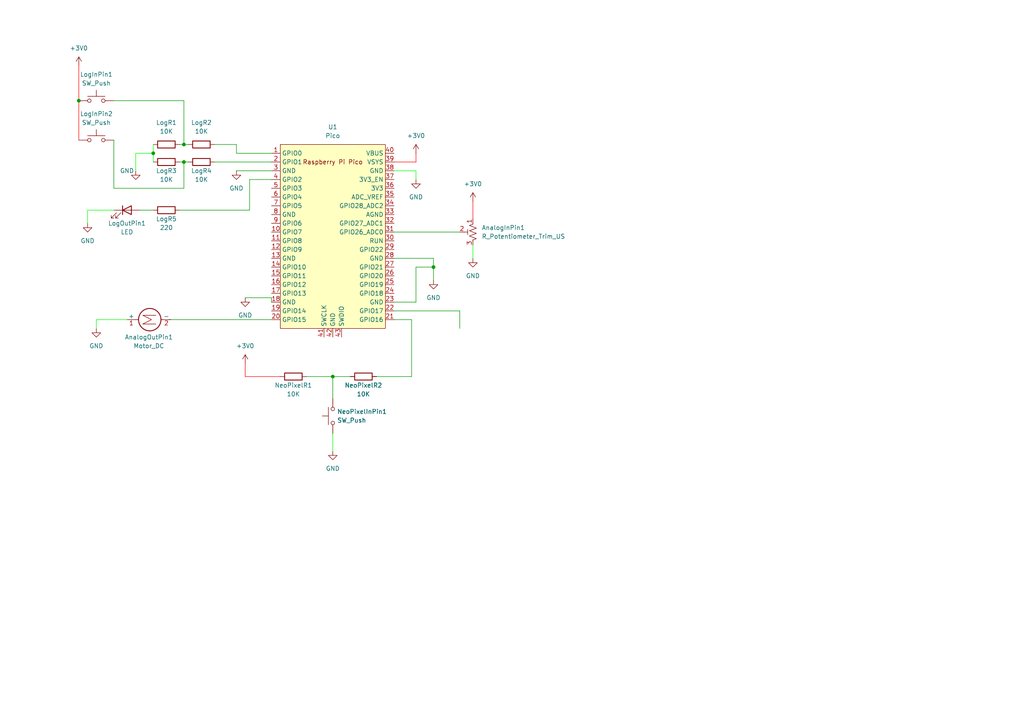
<source format=kicad_sch>
(kicad_sch (version 20230121) (generator eeschema)
  (paper "A4")
  (title_block (title "FLISAT VAL01") (date "2023-11-17") (rev "1") (company "JCATANIA.IO"))
  (lib_symbols
    (symbol "Device:LED" (pin_numbers hide) (pin_names (offset 1.016) hide)
      (property "Reference" "D" (at 0 2.54 0))
      (property "Value" "LED" (at 0 -2.54 0))
      (symbol "LED_0_1"
        (polyline (pts (xy -1.27 -1.27) (xy -1.27 1.27)) (stroke (width 0.254)))
        (polyline (pts (xy -1.27 0) (xy 1.27 0)))
        (polyline (pts (xy 1.27 -1.27) (xy 1.27 1.27) (xy -1.27 0) (xy 1.27 -1.27)) (stroke (width 0.254)))
        (polyline (pts (xy -3.048 -0.762) (xy -4.572 -2.286) (xy -3.81 -2.286) (xy -4.572 -2.286) (xy -4.572 -1.524)))
        (polyline (pts (xy -1.778 -0.762) (xy -3.302 -2.286) (xy -2.54 -2.286) (xy -3.302 -2.286) (xy -3.302 -1.524)))
      )
      (symbol "LED_1_1"
        (pin passive line (at -3.81 0 0) (length 2.54) (name "K") (number "1"))
        (pin passive line (at 3.81 0 180) (length 2.54) (name "A") (number "2"))
      )
    )
    (symbol "Device:R" (pin_numbers hide) (pin_names (offset 0))
      (property "Reference" "R" (at 2.032 0 90))
      (property "Value" "R" (at 0 0 90))
      (symbol "R_0_1"
        (rectangle (start -1.016 -2.54) (end 1.016 2.54) (stroke (width 0.254)))
      )
      (symbol "R_1_1"
        (pin passive line (at 0 3.81 270) (length 1.27) (name "~") (number "1"))
        (pin passive line (at 0 -3.81 90) (length 1.27) (name "~") (number "2"))
      )
    )
    (symbol "Device:R_Potentiometer_Trim_US" (pin_names (offset 1.016) hide)
      (property "Reference" "RV" (at -4.445 0 90))
      (property "Value" "R_Potentiometer_Trim_US" (at -2.54 0 90))
      (symbol "R_Potentiometer_Trim_US_0_1"
        (polyline (pts (xy 0 -2.286) (xy 0 -2.54)))
        (polyline (pts (xy 0 2.286) (xy 0 2.54)))
        (polyline (pts (xy 1.524 0.762) (xy 1.524 -0.762)))
        (polyline (pts (xy 2.54 0) (xy 1.524 0)))
        (polyline (pts (xy 0 -0.762) (xy 1.016 -1.143) (xy 0 -1.524) (xy -1.016 -1.905) (xy 0 -2.286)))
        (polyline (pts (xy 0 0.762) (xy 1.016 0.381) (xy 0 0) (xy -1.016 -0.381) (xy 0 -0.762)))
        (polyline (pts (xy 0 2.286) (xy 1.016 1.905) (xy 0 1.524) (xy -1.016 1.143) (xy 0 0.762)))
      )
      (symbol "R_Potentiometer_Trim_US_1_1"
        (pin passive line (at 0 3.81 270) (length 1.27) (name "1") (number "1"))
        (pin passive line (at 3.81 0 180) (length 1.27) (name "2") (number "2"))
        (pin passive line (at 0 -3.81 90) (length 1.27) (name "3") (number "3"))
      )
    )
    (symbol "MCU_RaspberryPi_and_Boards:Pico"
      (property "Reference" "U" (at -13.97 27.94 0))
      (property "Value" "Pico" (at 0 19.05 0))
      (symbol "Pico_0_0"
        (text "Raspberry Pi Pico" (at 0 21.59 0) (effects (font (size 1.27 1.27))))
      )
      (symbol "Pico_0_1"
        (rectangle (start -15.24 26.67) (end 15.24 -26.67) (fill (type background)))
      )
      (symbol "Pico_1_1"
        (pin bidirectional line (at -17.78 24.13 0) (length 2.54) (name "GPIO0") (number "1"))
        (pin bidirectional line (at -17.78 1.27 0) (length 2.54) (name "GPIO7") (number "10"))
        (pin bidirectional line (at -17.78 -1.27 0) (length 2.54) (name "GPIO8") (number "11"))
        (pin bidirectional line (at -17.78 -3.81 0) (length 2.54) (name "GPIO9") (number "12"))
        (pin power_in line (at -17.78 -6.35 0) (length 2.54) (name "GND") (number "13"))
        (pin bidirectional line (at -17.78 -8.89 0) (length 2.54) (name "GPIO10") (number "14"))
        (pin bidirectional line (at -17.78 -11.43 0) (length 2.54) (name "GPIO11") (number "15"))
        (pin bidirectional line (at -17.78 -13.97 0) (length 2.54) (name "GPIO12") (number "16"))
        (pin bidirectional line (at -17.78 -16.51 0) (length 2.54) (name "GPIO13") (number "17"))
        (pin power_in line (at -17.78 -19.05 0) (length 2.54) (name "GND") (number "18"))
        (pin bidirectional line (at -17.78 -21.59 0) (length 2.54) (name "GPIO14") (number "19"))
        (pin bidirectional line (at -17.78 21.59 0) (length 2.54) (name "GPIO1") (number "2"))
        (pin bidirectional line (at -17.78 -24.13 0) (length 2.54) (name "GPIO15") (number "20"))
        (pin bidirectional line (at 17.78 -24.13 180) (length 2.54) (name "GPIO16") (number "21"))
        (pin bidirectional line (at 17.78 -21.59 180) (length 2.54) (name "GPIO17") (number "22"))
        (pin power_in line (at 17.78 -19.05 180) (length 2.54) (name "GND") (number "23"))
        (pin bidirectional line (at 17.78 -16.51 180) (length 2.54) (name "GPIO18") (number "24"))
        (pin bidirectional line (at 17.78 -13.97 180) (length 2.54) (name "GPIO19") (number "25"))
        (pin bidirectional line (at 17.78 -11.43 180) (length 2.54) (name "GPIO20") (number "26"))
        (pin bidirectional line (at 17.78 -8.89 180) (length 2.54) (name "GPIO21") (number "27"))
        (pin power_in line (at 17.78 -6.35 180) (length 2.54) (name "GND") (number "28"))
        (pin bidirectional line (at 17.78 -3.81 180) (length 2.54) (name "GPIO22") (number "29"))
        (pin power_in line (at -17.78 19.05 0) (length 2.54) (name "GND") (number "3"))
        (pin input line (at 17.78 -1.27 180) (length 2.54) (name "RUN") (number "30"))
        (pin bidirectional line (at 17.78 1.27 180) (length 2.54) (name "GPIO26_ADC0") (number "31"))
        (pin bidirectional line (at 17.78 3.81 180) (length 2.54) (name "GPIO27_ADC1") (number "32"))
        (pin power_in line (at 17.78 6.35 180) (length 2.54) (name "AGND") (number "33"))
        (pin bidirectional line (at 17.78 8.89 180) (length 2.54) (name "GPIO28_ADC2") (number "34"))
        (pin power_in line (at 17.78 11.43 180) (length 2.54) (name "ADC_VREF") (number "35"))
        (pin power_in line (at 17.78 13.97 180) (length 2.54) (name "3V3") (number "36"))
        (pin input line (at 17.78 16.51 180) (length 2.54) (name "3V3_EN") (number "37"))
        (pin bidirectional line (at 17.78 19.05 180) (length 2.54) (name "GND") (number "38"))
        (pin power_in line (at 17.78 21.59 180) (length 2.54) (name "VSYS") (number "39"))
        (pin bidirectional line (at -17.78 16.51 0) (length 2.54) (name "GPIO2") (number "4"))
        (pin power_in line (at 17.78 24.13 180) (length 2.54) (name "VBUS") (number "40"))
        (pin input line (at -2.54 -29.21 90) (length 2.54) (name "SWCLK") (number "41"))
        (pin power_in line (at 0 -29.21 90) (length 2.54) (name "GND") (number "42"))
        (pin bidirectional line (at 2.54 -29.21 90) (length 2.54) (name "SWDIO") (number "43"))
        (pin bidirectional line (at -17.78 13.97 0) (length 2.54) (name "GPIO3") (number "5"))
        (pin bidirectional line (at -17.78 11.43 0) (length 2.54) (name "GPIO4") (number "6"))
        (pin bidirectional line (at -17.78 8.89 0) (length 2.54) (name "GPIO5") (number "7"))
        (pin power_in line (at -17.78 6.35 0) (length 2.54) (name "GND") (number "8"))
        (pin bidirectional line (at -17.78 3.81 0) (length 2.54) (name "GPIO6") (number "9"))
      )
    )
    (symbol "Motor:Motor_DC" (pin_names (offset 0))
      (property "Reference" "M" (at 2.54 2.54 0))
      (property "Value" "Motor_DC" (at 2.54 -5.08 0))
      (symbol "Motor_DC_0_0"
        (polyline (pts (xy -1.27 -3.302) (xy -1.27 0.508) (xy 0 -2.032) (xy 1.27 0.508) (xy 1.27 -3.302)))
      )
      (symbol "Motor_DC_0_1"
        (circle (center 0 -1.524) (radius 3.2512) (stroke (width 0.254)))
        (polyline (pts (xy 0 -7.62) (xy 0 -7.112)))
        (polyline (pts (xy 0 -4.7752) (xy 0 -5.1816)))
        (polyline (pts (xy 0 1.7272) (xy 0 2.0828)))
        (polyline (pts (xy 0 2.032) (xy 0 2.54)))
      )
      (symbol "Motor_DC_1_1"
        (pin passive line (at 0 5.08 270) (length 2.54) (name "+") (number "1"))
        (pin passive line (at 0 -7.62 90) (length 2.54) (name "-") (number "2"))
      )
    )
    (symbol "Switch:SW_Push" (pin_numbers hide) (pin_names (offset 1.016) hide)
      (property "Reference" "SW" (at 1.27 2.54 0))
      (property "Value" "SW_Push" (at 0 -1.524 0))
      (symbol "SW_Push_0_1"
        (circle (center -2.032 0) (radius 0.508))
        (polyline (pts (xy 0 1.27) (xy 0 3.048)))
        (polyline (pts (xy 2.54 1.27) (xy -2.54 1.27)))
        (circle (center 2.032 0) (radius 0.508))
        (pin passive line (at -5.08 0 0) (length 2.54) (name "1") (number "1"))
        (pin passive line (at 5.08 0 180) (length 2.54) (name "2") (number "2"))
      )
    )
    (symbol "power:+3V0" (power) (pin_names (offset 0))
      (property "Value" "+3V0" (at 0 3.556 0))
      (symbol "+3V0_0_1"
        (polyline (pts (xy -0.762 1.27) (xy 0 2.54)))
        (polyline (pts (xy 0 0) (xy 0 2.54)))
        (polyline (pts (xy 0 2.54) (xy 0.762 1.27)))
      )
      (symbol "+3V0_1_1"
        (pin power_in line (at 0 0 90) (length 0) hide (name "+3V0") (number "1"))
      )
    )
    (symbol "power:GND" (power) (pin_names (offset 0))
      (property "Value" "GND" (at 0 -3.81 0))
      (symbol "GND_0_1"
        (polyline (pts (xy 0 0) (xy 0 -1.27) (xy 1.27 -1.27) (xy 0 -2.54) (xy -1.27 -1.27) (xy 0 -1.27)))
      )
      (symbol "GND_1_1"
        (pin power_in line (at 0 0 270) (length 0) hide (name "GND") (number "1"))
      )
    )
  )
  (junction (at 53.34 46.99))
  (junction (at 44.45 44.45))
  (junction (at 96.52 109.22))
  (junction (at 22.86 29.21))
  (junction (at 125.73 77.47))
  (junction (at 53.34 41.91))
  (wire (pts (xy 62.23 41.91) (xy 68.58 41.91)))
  (wire (pts (xy 62.23 46.99) (xy 78.74 46.99)))
  (wire (pts (xy 96.52 125.73) (xy 96.52 130.81)) (stroke (width 0) (color 0 255 0 1)))
  (wire (pts (xy 125.73 77.47) (xy 125.73 81.28)))
  (wire (pts (xy 71.12 86.36) (xy 78.74 86.36)))
  (wire (pts (xy 96.52 109.22) (xy 101.6 109.22)))
  (wire (pts (xy 52.07 46.99) (xy 53.34 46.99)))
  (wire (pts (xy 71.12 105.41) (xy 71.12 109.22)) (stroke (width 0) (color 255 0 0 1)))
  (wire (pts (xy 120.65 87.63) (xy 120.65 77.47)))
  (wire (pts (xy 114.3 49.53) (xy 120.65 49.53)) (stroke (width 0) (color 0 255 0 1)))
  (wire (pts (xy 52.07 60.96) (xy 72.39 60.96)))
  (wire (pts (xy 53.34 46.99) (xy 54.61 46.99)))
  (wire (pts (xy 25.4 60.96) (xy 33.02 60.96)) (stroke (width 0) (color 0 255 0 1)))
  (wire (pts (xy 114.3 90.17) (xy 133.35 90.17)))
  (wire (pts (xy 36.83 92.71) (xy 27.94 92.71)) (stroke (width 0) (color 0 255 0 1)))
  (wire (pts (xy 120.65 77.47) (xy 125.73 77.47)))
  (wire (pts (xy 114.3 46.99) (xy 120.65 46.99)) (stroke (width 0) (color 255 0 0 1)))
  (wire (pts (xy 109.22 109.22) (xy 119.38 109.22)))
  (wire (pts (xy 44.45 44.45) (xy 44.45 46.99)) (stroke (width 0) (color 0 255 0 1)))
  (wire (pts (xy 96.52 109.22) (xy 88.9 109.22)))
  (wire (pts (xy 53.34 41.91) (xy 54.61 41.91)))
  (wire (pts (xy 72.39 60.96) (xy 72.39 52.07)))
  (wire (pts (xy 72.39 52.07) (xy 78.74 52.07)))
  (wire (pts (xy 71.12 109.22) (xy 81.28 109.22)) (stroke (width 0) (color 255 0 0 1)))
  (wire (pts (xy 125.73 74.93) (xy 125.73 77.47)))
  (wire (pts (xy 119.38 92.71) (xy 114.3 92.71)))
  (wire (pts (xy 33.02 40.64) (xy 33.02 54.61)))
  (wire (pts (xy 137.16 71.12) (xy 137.16 74.93)) (stroke (width 0) (color 0 255 0 1)))
  (wire (pts (xy 52.07 41.91) (xy 53.34 41.91)))
  (wire (pts (xy 22.86 29.21) (xy 22.86 40.64)) (stroke (width 0) (color 255 0 0 1)))
  (wire (pts (xy 114.3 87.63) (xy 120.65 87.63)))
  (wire (pts (xy 68.58 49.53) (xy 78.74 49.53)))
  (wire (pts (xy 33.02 54.61) (xy 53.34 54.61)))
  (wire (pts (xy 120.65 52.07) (xy 120.65 49.53)) (stroke (width 0) (color 0 255 0 1)))
  (wire (pts (xy 53.34 46.99) (xy 53.34 54.61)))
  (wire (pts (xy 114.3 74.93) (xy 125.73 74.93)))
  (wire (pts (xy 27.94 92.71) (xy 27.94 95.25)) (stroke (width 0) (color 0 255 0 1)))
  (wire (pts (xy 25.4 60.96) (xy 25.4 64.77)) (stroke (width 0) (color 0 255 0 1)))
  (wire (pts (xy 53.34 29.21) (xy 53.34 41.91)))
  (wire (pts (xy 44.45 41.91) (xy 44.45 44.45)) (stroke (width 0) (color 0 255 0 1)))
  (wire (pts (xy 119.38 109.22) (xy 119.38 92.71)))
  (wire (pts (xy 68.58 41.91) (xy 68.58 44.45)))
  (wire (pts (xy 120.65 44.45) (xy 120.65 46.99)) (stroke (width 0) (color 255 0 0 1)))
  (wire (pts (xy 78.74 86.36) (xy 78.74 87.63)))
  (wire (pts (xy 22.86 29.21) (xy 22.86 19.05)) (stroke (width 0) (color 255 0 0 1)))
  (wire (pts (xy 114.3 67.31) (xy 133.35 67.31)))
  (wire (pts (xy 39.37 44.45) (xy 39.37 49.53)) (stroke (width 0) (color 0 255 0 1)))
  (wire (pts (xy 68.58 44.45) (xy 78.74 44.45)))
  (wire (pts (xy 39.37 44.45) (xy 44.45 44.45)) (stroke (width 0) (color 0 255 0 1)))
  (wire (pts (xy 33.02 29.21) (xy 53.34 29.21)))
  (wire (pts (xy 40.64 60.96) (xy 44.45 60.96)))
  (wire (pts (xy 96.52 109.22) (xy 96.52 115.57)))
  (wire (pts (xy 49.53 92.71) (xy 78.74 92.71)))
  (wire (pts (xy 137.16 58.42) (xy 137.16 63.5)) (stroke (width 0) (color 255 0 0 1)))
  (wire (pts (xy 133.35 90.17) (xy 133.35 95.25)))
  (symbol (lib_id "Switch:SW_Push") (at 96.52 120.65 90) (unit 1)
    (property "Reference" "NeoPixelInPin1" (at 97.79 119.38 90) (effects (justify right)))
    (property "Value" "SW_Push" (at 97.79 121.92 90) (effects (justify right)))
    (property "Footprint" "Button_Switch_THT:SW_PUSH_6mm" (effects hide))
  )
  (symbol (lib_id "MCU_RaspberryPi_and_Boards:Pico") (at 96.52 68.58 0) (unit 1)
    (property "Reference" "U1" (at 96.52 36.83 0))
    (property "Value" "Pico" (at 96.52 39.37 0))
    (property "Footprint" "MCU_RaspberryPi_and_Boards:RPi_Pico_SMD_TH" (effects hide))
  )
  (symbol (lib_id "Device:R") (at 48.26 60.96 270) (unit 1)
    (property "Reference" "LogR5" (at 48.26 63.5 90))
    (property "Value" "220" (at 48.26 66.04 90))
    (property "Footprint" "Resistor_THT:R_Axial_DIN0207_L6.3mm_D2.5mm_P15.24mm_Horizontal" (effects hide))
  )
  (symbol (lib_id "power:GND") (at 25.4 64.77 0) (unit 1)
    (property "Reference" "#PWR09" (effects hide))
    (property "Value" "GND" (at 25.4 69.85 0))
  )
  (symbol (lib_id "power:GND") (at 39.37 49.53 0) (unit 1)
    (property "Reference" "#PWR03" (effects hide))
    (property "Value" "GND" (at 36.83 49.53 0))
  )
  (symbol (lib_id "Device:R") (at 58.42 46.99 270) (unit 1)
    (property "Reference" "LogR4" (at 58.42 49.53 90))
    (property "Value" "10K" (at 58.42 52.07 90))
    (property "Footprint" "Resistor_THT:R_Axial_DIN0207_L6.3mm_D2.5mm_P15.24mm_Horizontal" (effects hide))
  )
  (symbol (lib_id "Switch:SW_Push") (at 27.94 40.64 0) (unit 1)
    (property "Reference" "LogInPin2" (at 27.94 33.02 0))
    (property "Value" "SW_Push" (at 27.94 35.56 0))
    (property "Footprint" "Button_Switch_THT:SW_PUSH_6mm" (effects hide))
  )
  (symbol (lib_id "power:GND") (at 96.52 130.81 0) (unit 1)
    (property "Reference" "#PWR02" (effects hide))
    (property "Value" "GND" (at 96.52 135.89 0))
  )
  (symbol (lib_id "Device:R") (at 48.26 46.99 270) (unit 1)
    (property "Reference" "LogR3" (at 48.26 49.53 90))
    (property "Value" "10K" (at 48.26 52.07 90))
    (property "Footprint" "Resistor_THT:R_Axial_DIN0207_L6.3mm_D2.5mm_P15.24mm_Horizontal" (effects hide))
  )
  (symbol (lib_id "power:GND") (at 68.58 49.53 0) (unit 1)
    (property "Reference" "#PWR012" (effects hide))
    (property "Value" "GND" (at 68.58 54.61 0))
  )
  (symbol (lib_id "Device:R") (at 48.26 41.91 270) (unit 1)
    (property "Reference" "LogR1" (at 48.26 35.56 90))
    (property "Value" "10K" (at 48.26 38.1 90))
    (property "Footprint" "Resistor_THT:R_Axial_DIN0207_L6.3mm_D2.5mm_P15.24mm_Horizontal" (effects hide))
  )
  (symbol (lib_id "power:+3V0") (at 22.86 19.05 0) (unit 1)
    (property "Reference" "#PWR01" (effects hide))
    (property "Value" "+3V0" (at 22.86 13.97 0))
  )
  (symbol (lib_id "power:+3V0") (at 71.12 105.41 0) (unit 1)
    (property "Reference" "#PWR07" (effects hide))
    (property "Value" "+3V0" (at 71.12 100.33 0))
  )
  (symbol (lib_id "Device:LED") (at 36.83 60.96 0) (unit 1)
    (property "Reference" "LogOutPin1" (at 36.83 64.77 0))
    (property "Value" "LED" (at 36.83 67.31 0))
    (property "Footprint" "LED_THT:LED_D3.0mm" (effects hide))
  )
  (symbol (lib_id "Device:R") (at 58.42 41.91 270) (unit 1)
    (property "Reference" "LogR2" (at 58.42 35.56 90))
    (property "Value" "10K" (at 58.42 38.1 90))
    (property "Footprint" "Resistor_THT:R_Axial_DIN0207_L6.3mm_D2.5mm_P15.24mm_Horizontal" (effects hide))
  )
  (symbol (lib_id "Device:R") (at 85.09 109.22 270) (unit 1)
    (property "Reference" "NeoPixelR1" (at 85.09 111.76 90))
    (property "Value" "10K" (at 85.09 114.3 90))
    (property "Footprint" "Resistor_THT:R_Axial_DIN0207_L6.3mm_D2.5mm_P15.24mm_Horizontal" (effects hide))
  )
  (symbol (lib_id "power:+3V0") (at 137.16 58.42 0) (unit 1)
    (property "Reference" "#PWR06" (effects hide))
    (property "Value" "+3V0" (at 137.16 53.34 0))
  )
  (symbol (lib_id "power:+3V0") (at 120.65 44.45 0) (unit 1)
    (property "Reference" "#PWR04" (effects hide))
    (property "Value" "+3V0" (at 120.65 39.37 0))
  )
  (symbol (lib_id "power:GND") (at 71.12 86.36 0) (unit 1)
    (property "Reference" "#PWR011" (effects hide))
    (property "Value" "GND" (at 71.12 91.44 0))
  )
  (symbol (lib_id "power:GND") (at 125.73 81.28 0) (unit 1)
    (property "Reference" "#PWR013" (effects hide))
    (property "Value" "GND" (at 125.73 86.36 0))
  )
  (symbol (lib_id "power:GND") (at 120.65 52.07 0) (unit 1)
    (property "Reference" "#PWR05" (effects hide))
    (property "Value" "GND" (at 120.65 57.15 0))
  )
  (symbol (lib_id "power:GND") (at 27.94 95.25 0) (unit 1)
    (property "Reference" "#PWR010" (effects hide))
    (property "Value" "GND" (at 27.94 100.33 0))
  )
  (symbol (lib_id "Device:R_Potentiometer_Trim_US") (at 137.16 67.31 0) (mirror y) (unit 1)
    (property "Reference" "AnalogInPin1" (at 139.7 66.04 0) (effects (justify right)))
    (property "Value" "R_Potentiometer_Trim_US" (at 139.7 68.58 0) (effects (justify right)))
    (property "Footprint" "Potentiometer_THT:Potentiometer_Alps_RK163_Single_Horizontal" (effects hide))
  )
  (symbol (lib_id "Device:R") (at 105.41 109.22 270) (unit 1)
    (property "Reference" "NeoPixelR2" (at 105.41 111.76 90))
    (property "Value" "10K" (at 105.41 114.3 90))
    (property "Footprint" "Resistor_THT:R_Axial_DIN0207_L6.3mm_D2.5mm_P15.24mm_Horizontal" (effects hide))
  )
  (symbol (lib_id "Switch:SW_Push") (at 27.94 29.21 0) (unit 1)
    (property "Reference" "LogInPin1" (at 27.94 21.59 0))
    (property "Value" "SW_Push" (at 27.94 24.13 0))
    (property "Footprint" "Button_Switch_THT:SW_PUSH_6mm" (effects hide))
  )
  (symbol (lib_id "power:GND") (at 137.16 74.93 0) (unit 1)
    (property "Reference" "#PWR08" (effects hide))
    (property "Value" "GND" (at 137.16 80.01 0))
  )
  (symbol (lib_id "Motor:Motor_DC") (at 41.91 92.71 90) (unit 1)
    (property "Reference" "AnalogOutPin1" (at 43.18 97.79 90))
    (property "Value" "Motor_DC" (at 43.18 100.33 90))
    (property "Footprint" "Button_Switch_THT:SW_PUSH_6mm" (effects hide))
  )
)
</source>
